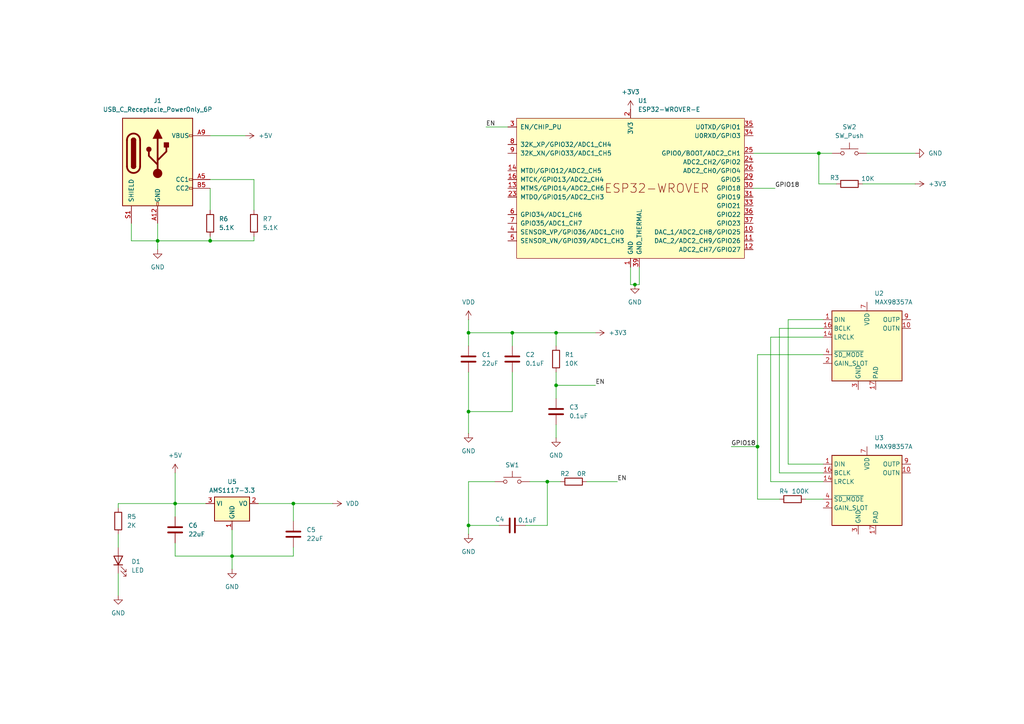
<source format=kicad_sch>
(kicad_sch (version 20250114) (generator "eeschema") (generator_version "9.0")
  (paper "A4")
  (lib_symbols
    (symbol "Audio:MAX98357A"
      (property "Reference" "U" (at -8.89 11.43 0))
      (property "Value" "MAX98357A" (at 10.16 11.43 0))
      (symbol "MAX98357A_1_1"
        (rectangle (start -10.16 10.16) (end 10.16 -10.16) (stroke (width 0.254)) (fill (type background)))
        (pin input line (at -12.7 7.62 0) (length 2.54) (name "DIN") (number "1"))
        (pin input line (at -12.7 5.08 0) (length 2.54) (name "BCLK") (number "16"))
        (pin input line (at -12.7 2.54 0) (length 2.54) (name "LRCLK") (number "14"))
        (pin input line (at -12.7 -2.54 0) (length 2.54) (name "~{SD_MODE}") (number "4"))
        (pin passive line (at -12.7 -5.08 0) (length 2.54) (name "GAIN_SLOT") (number "2"))
        (pin passive line (at -2.54 -12.7 90) (length 2.54) (hide yes) (name "GND") (number "11"))
        (pin passive line (at -2.54 -12.7 90) (length 2.54) (hide yes) (name "GND") (number "15"))
        (pin power_in line (at -2.54 -12.7 90) (length 2.54) (name "GND") (number "3"))
        (pin power_in line (at 0 12.7 270) (length 2.54) (name "VDD") (number "7"))
        (pin passive line (at 0 12.7 270) (length 2.54) (hide yes) (name "VDD") (number "8"))
        (pin unspecified line (at 2.54 -12.7 90) (length 2.54) (name "PAD") (number "17"))
        (pin no_connect line (at 10.16 2.54 180) (length 2.54) (hide yes) (name "NC") (number "5"))
        (pin no_connect line (at 10.16 0 180) (length 2.54) (hide yes) (name "NC") (number "6"))
        (pin no_connect line (at 10.16 -5.08 180) (length 2.54) (hide yes) (name "NC") (number "12"))
        (pin no_connect line (at 10.16 -7.62 180) (length 2.54) (hide yes) (name "NC") (number "13"))
        (pin output line (at 12.7 7.62 180) (length 2.54) (name "OUTP") (number "9"))
        (pin output line (at 12.7 5.08 180) (length 2.54) (name "OUTN") (number "10"))
      )
    )
    (symbol "Connector:USB_C_Receptacle_PowerOnly_6P" (pin_names (offset 1.016))
      (property "Reference" "J" (at 0 16.51 0))
      (property "Value" "USB_C_Receptacle_PowerOnly_6P" (at 0 13.97 0))
      (symbol "USB_C_Receptacle_PowerOnly_6P_0_0"
        (rectangle (start -0.254 -12.7) (end 0.254 -11.684))
        (rectangle (start 10.16 7.874) (end 9.144 7.366))
        (rectangle (start 10.16 -4.826) (end 9.144 -5.334))
        (rectangle (start 10.16 -7.366) (end 9.144 -7.874))
      )
      (symbol "USB_C_Receptacle_PowerOnly_6P_0_1"
        (rectangle (start -10.16 12.7) (end 10.16 -12.7) (stroke (width 0.254)) (fill (type background)))
        (polyline (pts (xy -8.89 -1.27) (xy -8.89 6.35)) (stroke (width 0.508)))
        (rectangle (start -7.62 -1.27) (end -6.35 6.35) (stroke (width 0.254)) (fill (type outline)))
        (arc (start -7.62 6.35) (mid -6.985 6.9823) (end -6.35 6.35) (stroke (width 0.254)))
        (arc (start -7.62 6.35) (mid -6.985 6.9823) (end -6.35 6.35) (stroke (width 0.254)) (fill (type outline)))
        (arc (start -8.89 6.35) (mid -6.985 8.2467) (end -5.08 6.35) (stroke (width 0.508)))
        (arc (start -5.08 -1.27) (mid -6.985 -3.1667) (end -8.89 -1.27) (stroke (width 0.508)))
        (arc (start -6.35 -1.27) (mid -6.985 -1.9023) (end -7.62 -1.27) (stroke (width 0.254)))
        (arc (start -6.35 -1.27) (mid -6.985 -1.9023) (end -7.62 -1.27) (stroke (width 0.254)) (fill (type outline)))
        (polyline (pts (xy -5.08 6.35) (xy -5.08 -1.27)) (stroke (width 0.508)))
        (circle (center -2.54 3.683) (radius 0.635) (stroke (width 0.254)) (fill (type outline)))
        (polyline (pts (xy -1.27 6.858) (xy 0 9.398) (xy 1.27 6.858) (xy -1.27 6.858)) (stroke (width 0.254)) (fill (type outline)))
        (polyline (pts (xy 0 0.508) (xy 2.54 3.048) (xy 2.54 4.318)) (stroke (width 0.508)))
        (polyline (pts (xy 0 -0.762) (xy -2.54 1.778) (xy -2.54 3.048)) (stroke (width 0.508)))
        (polyline (pts (xy 0 -3.302) (xy 0 6.858)) (stroke (width 0.508)))
        (circle (center 0 -3.302) (radius 1.27) (fill (type outline)))
        (rectangle (start 1.905 4.318) (end 3.175 5.588) (stroke (width 0.254)) (fill (type outline)))
      )
      (symbol "USB_C_Receptacle_PowerOnly_6P_1_1"
        (pin passive line (at -7.62 -17.78 90) (length 5.08) (name "SHIELD") (number "S1"))
        (pin passive line (at 0 -17.78 90) (length 5.08) (name "GND") (number "A12"))
        (pin passive line (at 0 -17.78 90) (length 5.08) (hide yes) (name "GND") (number "B12"))
        (pin passive line (at 15.24 7.62 180) (length 5.08) (name "VBUS") (number "A9"))
        (pin passive line (at 15.24 7.62 180) (length 5.08) (hide yes) (name "VBUS") (number "B9"))
        (pin bidirectional line (at 15.24 -5.08 180) (length 5.08) (name "CC1") (number "A5"))
        (pin bidirectional line (at 15.24 -7.62 180) (length 5.08) (name "CC2") (number "B5"))
      )
    )
    (symbol "Device:C" (pin_numbers (hide yes)) (pin_names (offset 0.254))
      (property "Reference" "C" (at 0.635 2.54 0))
      (property "Value" "C" (at 0.635 -2.54 0))
      (symbol "C_0_1"
        (polyline (pts (xy -2.032 0.762) (xy 2.032 0.762)) (stroke (width 0.508)))
        (polyline (pts (xy -2.032 -0.762) (xy 2.032 -0.762)) (stroke (width 0.508)))
      )
      (symbol "C_1_1"
        (pin passive line (at 0 3.81 270) (length 2.794) (name "~") (number "1"))
        (pin passive line (at 0 -3.81 90) (length 2.794) (name "~") (number "2"))
      )
    )
    (symbol "Device:LED" (pin_numbers (hide yes)) (pin_names (offset 1.016) (hide yes))
      (property "Reference" "D" (at 0 2.54 0))
      (property "Value" "LED" (at 0 -2.54 0))
      (symbol "LED_0_1"
        (polyline (pts (xy -3.048 -0.762) (xy -4.572 -2.286) (xy -3.81 -2.286) (xy -4.572 -2.286) (xy -4.572 -1.524)))
        (polyline (pts (xy -1.778 -0.762) (xy -3.302 -2.286) (xy -2.54 -2.286) (xy -3.302 -2.286) (xy -3.302 -1.524)))
        (polyline (pts (xy -1.27 0) (xy 1.27 0)))
        (polyline (pts (xy -1.27 -1.27) (xy -1.27 1.27)) (stroke (width 0.254)))
        (polyline (pts (xy 1.27 -1.27) (xy 1.27 1.27) (xy -1.27 0) (xy 1.27 -1.27)) (stroke (width 0.254)))
      )
      (symbol "LED_1_1"
        (pin passive line (at -3.81 0 0) (length 2.54) (name "K") (number "1"))
        (pin passive line (at 3.81 0 180) (length 2.54) (name "A") (number "2"))
      )
    )
    (symbol "Device:R" (pin_numbers (hide yes)) (pin_names (offset 0))
      (property "Reference" "R" (at 2.032 0 90))
      (property "Value" "R" (at 0 0 90))
      (symbol "R_0_1"
        (rectangle (start -1.016 -2.54) (end 1.016 2.54) (stroke (width 0.254)))
      )
      (symbol "R_1_1"
        (pin passive line (at 0 3.81 270) (length 1.27) (name "~") (number "1"))
        (pin passive line (at 0 -3.81 90) (length 1.27) (name "~") (number "2"))
      )
    )
    (symbol "PCM_Espressif:ESP32-WROVER-E" (pin_names (offset 1.016))
      (property "Reference" "U" (at -30.48 25.4 0))
      (property "Value" "ESP32-WROVER-E" (at -30.48 22.86 0))
      (symbol "ESP32-WROVER-E_0_1"
        (rectangle (start -33.02 20.32) (end 33.02 -20.32) (fill (type background)))
      )
      (symbol "ESP32-WROVER-E_1_1"
        (text "ESP32-­WROVER" (at 7.62 0 0) (effects (font (size 2.54 2.54))))
        (pin input line (at -35.56 17.78 0) (length 2.54) (name "EN/CHIP_PU") (number "3"))
        (pin bidirectional line (at -35.56 12.7 0) (length 2.54) (name "32K_XP/GPIO32/ADC1_CH4") (number "8"))
        (pin bidirectional line (at -35.56 10.16 0) (length 2.54) (name "32K_XN/GPIO33/ADC1_CH5") (number "9"))
        (pin bidirectional line (at -35.56 5.08 0) (length 2.54) (name "MTDI/GPIO12/ADC2_CH5") (number "14"))
        (pin bidirectional line (at -35.56 2.54 0) (length 2.54) (name "MTCK/GPIO13/ADC2_CH4") (number "16"))
        (pin bidirectional line (at -35.56 0 0) (length 2.54) (name "MTMS/GPIO14/ADC2_CH6") (number "13"))
        (pin bidirectional line (at -35.56 -2.54 0) (length 2.54) (name "MTDO/GPIO15/ADC2_CH3") (number "23"))
        (pin input line (at -35.56 -7.62 0) (length 2.54) (name "GPIO34/ADC1_CH6") (number "6"))
        (pin input line (at -35.56 -10.16 0) (length 2.54) (name "GPIO35/ADC1_CH7") (number "7"))
        (pin input line (at -35.56 -12.7 0) (length 2.54) (name "SENSOR_VP/GPIO36/ADC1_CH0") (number "4"))
        (pin input line (at -35.56 -15.24 0) (length 2.54) (name "SENSOR_VN/GPIO39/ADC1_CH3") (number "5"))
        (pin power_in line (at 0 22.86 270) (length 2.54) (name "3V3") (number "2"))
        (pin power_in line (at 0 -22.86 90) (length 2.54) (name "GND") (number "1"))
        (pin passive line (at 0 -22.86 90) (length 2.54) (hide yes) (name "GND") (number "15"))
        (pin passive line (at 0 -22.86 90) (length 2.54) (hide yes) (name "GND") (number "38"))
        (pin power_in line (at 2.54 -22.86 90) (length 2.54) (name "GND_THERMAL") (number "39"))
        (pin bidirectional line (at 35.56 17.78 180) (length 2.54) (name "U0TXD/GPIO1") (number "35"))
        (pin bidirectional line (at 35.56 15.24 180) (length 2.54) (name "U0RXD/GPIO3") (number "34"))
        (pin bidirectional line (at 35.56 10.16 180) (length 2.54) (name "GPIO0/BOOT/ADC2_CH1") (number "25"))
        (pin bidirectional line (at 35.56 7.62 180) (length 2.54) (name "ADC2_CH2/GPIO2") (number "24"))
        (pin bidirectional line (at 35.56 5.08 180) (length 2.54) (name "ADC2_CH0/GPIO4") (number "26"))
        (pin bidirectional line (at 35.56 2.54 180) (length 2.54) (name "GPIO5") (number "29"))
        (pin bidirectional line (at 35.56 0 180) (length 2.54) (name "GPIO18") (number "30"))
        (pin bidirectional line (at 35.56 -2.54 180) (length 2.54) (name "GPIO19") (number "31"))
        (pin bidirectional line (at 35.56 -5.08 180) (length 2.54) (name "GPIO21") (number "33"))
        (pin bidirectional line (at 35.56 -7.62 180) (length 2.54) (name "GPIO22") (number "36"))
        (pin bidirectional line (at 35.56 -10.16 180) (length 2.54) (name "GPIO23") (number "37"))
        (pin bidirectional line (at 35.56 -12.7 180) (length 2.54) (name "DAC_1/ADC2_CH8/GPIO25") (number "10"))
        (pin bidirectional line (at 35.56 -15.24 180) (length 2.54) (name "DAC_2/ADC2_CH9/GPIO26") (number "11"))
        (pin bidirectional line (at 35.56 -17.78 180) (length 2.54) (name "ADC2_CH7/GPIO27") (number "12"))
      )
    )
    (symbol "Regulator_Linear:AMS1117-3.3"
      (property "Reference" "U" (at -3.81 3.175 0))
      (property "Value" "AMS1117-3.3" (at 0 3.175 0))
      (symbol "AMS1117-3.3_0_1"
        (rectangle (start -5.08 -5.08) (end 5.08 1.905) (stroke (width 0.254)) (fill (type background)))
      )
      (symbol "AMS1117-3.3_1_1"
        (pin power_in line (at -7.62 0 0) (length 2.54) (name "VI") (number "3"))
        (pin power_in line (at 0 -7.62 90) (length 2.54) (name "GND") (number "1"))
        (pin power_out line (at 7.62 0 180) (length 2.54) (name "VO") (number "2"))
      )
    )
    (symbol "Switch:SW_Push" (pin_numbers (hide yes)) (pin_names (offset 1.016) (hide yes))
      (property "Reference" "SW" (at 1.27 2.54 0))
      (property "Value" "SW_Push" (at 0 -1.524 0))
      (symbol "SW_Push_0_1"
        (circle (center -2.032 0) (radius 0.508))
        (polyline (pts (xy 0 1.27) (xy 0 3.048)))
        (circle (center 2.032 0) (radius 0.508))
        (polyline (pts (xy 2.54 1.27) (xy -2.54 1.27)))
        (pin passive line (at -5.08 0 0) (length 2.54) (name "1") (number "1"))
        (pin passive line (at 5.08 0 180) (length 2.54) (name "2") (number "2"))
      )
    )
    (symbol "power:+3V3" (power) (pin_numbers (hide yes)) (pin_names (offset 0) (hide yes))
      (property "Value" "+3V3" (at 0 3.556 0))
      (symbol "+3V3_0_1"
        (polyline (pts (xy -0.762 1.27) (xy 0 2.54)))
        (polyline (pts (xy 0 2.54) (xy 0.762 1.27)))
        (polyline (pts (xy 0 0) (xy 0 2.54)))
      )
      (symbol "+3V3_1_1"
        (pin power_in line (at 0 0 90) (length 0) (name "~") (number "1"))
      )
    )
    (symbol "power:+5V" (power) (pin_numbers (hide yes)) (pin_names (offset 0) (hide yes))
      (property "Value" "+5V" (at 0 3.556 0))
      (symbol "+5V_0_1"
        (polyline (pts (xy -0.762 1.27) (xy 0 2.54)))
        (polyline (pts (xy 0 2.54) (xy 0.762 1.27)))
        (polyline (pts (xy 0 0) (xy 0 2.54)))
      )
      (symbol "+5V_1_1"
        (pin power_in line (at 0 0 90) (length 0) (name "~") (number "1"))
      )
    )
    (symbol "power:GND" (power) (pin_numbers (hide yes)) (pin_names (offset 0) (hide yes))
      (property "Value" "GND" (at 0 -3.81 0))
      (symbol "GND_0_1"
        (polyline (pts (xy 0 0) (xy 0 -1.27) (xy 1.27 -1.27) (xy 0 -2.54) (xy -1.27 -1.27) (xy 0 -1.27)))
      )
      (symbol "GND_1_1"
        (pin power_in line (at 0 0 270) (length 0) (name "~") (number "1"))
      )
    )
    (symbol "power:VDD" (power) (pin_numbers (hide yes)) (pin_names (offset 0) (hide yes))
      (property "Value" "VDD" (at 0 3.556 0))
      (symbol "VDD_0_1"
        (polyline (pts (xy -0.762 1.27) (xy 0 2.54)))
        (polyline (pts (xy 0 2.54) (xy 0.762 1.27)))
        (polyline (pts (xy 0 0) (xy 0 2.54)))
      )
      (symbol "VDD_1_1"
        (pin power_in line (at 0 0 90) (length 0) (name "~") (number "1"))
      )
    )
  )
  (junction (at 67.31 161.29))
  (junction (at 50.8 146.05))
  (junction (at 237.49 44.45))
  (junction (at 161.29 111.76))
  (junction (at 135.89 119.38))
  (junction (at 60.96 69.85))
  (junction (at 45.72 69.85))
  (junction (at 161.29 96.52))
  (junction (at 135.89 152.4))
  (junction (at 158.75 139.7))
  (junction (at 184.15 82.55))
  (junction (at 219.71 129.54))
  (junction (at 85.09 146.05))
  (junction (at 148.59 96.52))
  (junction (at 135.89 96.52))
  (wire (pts (xy 238.76 102.87) (xy 219.71 102.87)))
  (wire (pts (xy 34.29 146.05) (xy 50.8 146.05)))
  (wire (pts (xy 218.44 44.45) (xy 237.49 44.45)))
  (wire (pts (xy 73.66 52.07) (xy 73.66 60.96)))
  (wire (pts (xy 251.46 44.45) (xy 265.43 44.45)))
  (wire (pts (xy 212.09 129.54) (xy 219.71 129.54)))
  (wire (pts (xy 135.89 96.52) (xy 135.89 100.33)))
  (wire (pts (xy 85.09 146.05) (xy 96.52 146.05)))
  (wire (pts (xy 38.1 69.85) (xy 45.72 69.85)))
  (wire (pts (xy 74.93 146.05) (xy 85.09 146.05)))
  (wire (pts (xy 185.42 77.47) (xy 185.42 82.55)))
  (wire (pts (xy 148.59 107.95) (xy 148.59 119.38)))
  (wire (pts (xy 182.88 82.55) (xy 184.15 82.55)))
  (wire (pts (xy 223.52 97.79) (xy 223.52 139.7)))
  (wire (pts (xy 60.96 69.85) (xy 45.72 69.85)))
  (wire (pts (xy 135.89 152.4) (xy 135.89 154.94)))
  (wire (pts (xy 228.6 134.62) (xy 238.76 134.62)))
  (wire (pts (xy 238.76 92.71) (xy 228.6 92.71)))
  (wire (pts (xy 135.89 139.7) (xy 135.89 152.4)))
  (wire (pts (xy 50.8 157.48) (xy 50.8 161.29)))
  (wire (pts (xy 50.8 146.05) (xy 59.69 146.05)))
  (wire (pts (xy 238.76 95.25) (xy 226.06 95.25)))
  (wire (pts (xy 85.09 158.75) (xy 85.09 161.29)))
  (wire (pts (xy 182.88 77.47) (xy 182.88 82.55)))
  (wire (pts (xy 34.29 147.32) (xy 34.29 146.05)))
  (wire (pts (xy 233.68 144.78) (xy 238.76 144.78)))
  (wire (pts (xy 140.97 36.83) (xy 147.32 36.83)))
  (wire (pts (xy 161.29 123.19) (xy 161.29 127)))
  (wire (pts (xy 143.51 139.7) (xy 135.89 139.7)))
  (wire (pts (xy 161.29 111.76) (xy 172.72 111.76)))
  (wire (pts (xy 237.49 44.45) (xy 241.3 44.45)))
  (wire (pts (xy 34.29 154.94) (xy 34.29 158.75)))
  (wire (pts (xy 219.71 102.87) (xy 219.71 129.54)))
  (wire (pts (xy 148.59 96.52) (xy 161.29 96.52)))
  (wire (pts (xy 85.09 146.05) (xy 85.09 151.13)))
  (wire (pts (xy 67.31 153.67) (xy 67.31 161.29)))
  (wire (pts (xy 237.49 53.34) (xy 242.57 53.34)))
  (wire (pts (xy 161.29 96.52) (xy 172.72 96.52)))
  (wire (pts (xy 148.59 119.38) (xy 135.89 119.38)))
  (wire (pts (xy 60.96 52.07) (xy 73.66 52.07)))
  (wire (pts (xy 218.44 54.61) (xy 224.79 54.61)))
  (wire (pts (xy 135.89 119.38) (xy 135.89 125.73)))
  (wire (pts (xy 50.8 149.86) (xy 50.8 146.05)))
  (wire (pts (xy 226.06 95.25) (xy 226.06 137.16)))
  (wire (pts (xy 170.18 139.7) (xy 179.07 139.7)))
  (wire (pts (xy 67.31 161.29) (xy 67.31 165.1)))
  (wire (pts (xy 152.4 152.4) (xy 158.75 152.4)))
  (wire (pts (xy 161.29 107.95) (xy 161.29 111.76)))
  (wire (pts (xy 161.29 111.76) (xy 161.29 115.57)))
  (wire (pts (xy 135.89 152.4) (xy 144.78 152.4)))
  (wire (pts (xy 158.75 139.7) (xy 162.56 139.7)))
  (wire (pts (xy 250.19 53.34) (xy 265.43 53.34)))
  (wire (pts (xy 161.29 96.52) (xy 161.29 100.33)))
  (wire (pts (xy 45.72 69.85) (xy 45.72 72.39)))
  (wire (pts (xy 38.1 64.77) (xy 38.1 69.85)))
  (wire (pts (xy 67.31 161.29) (xy 85.09 161.29)))
  (wire (pts (xy 237.49 44.45) (xy 237.49 53.34)))
  (wire (pts (xy 135.89 92.71) (xy 135.89 96.52)))
  (wire (pts (xy 226.06 137.16) (xy 238.76 137.16)))
  (wire (pts (xy 50.8 137.16) (xy 50.8 146.05)))
  (wire (pts (xy 148.59 96.52) (xy 148.59 100.33)))
  (wire (pts (xy 45.72 64.77) (xy 45.72 69.85)))
  (wire (pts (xy 135.89 107.95) (xy 135.89 119.38)))
  (wire (pts (xy 228.6 92.71) (xy 228.6 134.62)))
  (wire (pts (xy 50.8 161.29) (xy 67.31 161.29)))
  (wire (pts (xy 60.96 68.58) (xy 60.96 69.85)))
  (wire (pts (xy 60.96 39.37) (xy 71.12 39.37)))
  (wire (pts (xy 153.67 139.7) (xy 158.75 139.7)))
  (wire (pts (xy 34.29 166.37) (xy 34.29 172.72)))
  (wire (pts (xy 185.42 82.55) (xy 184.15 82.55)))
  (wire (pts (xy 60.96 54.61) (xy 60.96 60.96)))
  (wire (pts (xy 223.52 139.7) (xy 238.76 139.7)))
  (wire (pts (xy 73.66 68.58) (xy 73.66 69.85)))
  (wire (pts (xy 219.71 129.54) (xy 219.71 144.78)))
  (wire (pts (xy 158.75 152.4) (xy 158.75 139.7)))
  (wire (pts (xy 238.76 97.79) (xy 223.52 97.79)))
  (wire (pts (xy 219.71 144.78) (xy 226.06 144.78)))
  (wire (pts (xy 135.89 96.52) (xy 148.59 96.52)))
  (wire (pts (xy 73.66 69.85) (xy 60.96 69.85)))
  (label "EN" (at 140.97 36.83 0))
  (label "GPIO18" (at 212.09 129.54 0))
  (label "GPIO18" (at 224.79 54.61 0))
  (label "EN" (at 179.07 139.7 0))
  (label "EN" (at 172.72 111.76 0))
  (symbol (lib_id "Regulator_Linear:AMS1117-3.3") (at 67.31 146.05 0) (unit 1)
    (property "Reference" "U5" (at 67.31 139.7 0))
    (property "Value" "AMS1117-3.3" (at 67.31 142.24 0))
    (property "Footprint" "Package_TO_SOT_SMD:SOT-223-3_TabPin2" (effects (hide yes)))
    (property "Datasheet" "http://www.advanced-monolithic.com/pdf/ds1117.pdf" (effects (hide yes)))
    (property "Description" "1A Low Dropout regulator, positive, 3.3V fixed output, SOT-223" (effects (hide yes)))
  )
  (symbol (lib_id "Audio:MAX98357A") (at 251.46 100.33 0) (unit 1)
    (property "Reference" "U2" (at 253.6033 85.09 0) (effects (justify left)))
    (property "Value" "MAX98357A" (at 253.6033 87.63 0) (effects (justify left)))
    (property "Footprint" "Package_DFN_QFN:TQFN-16-1EP_3x3mm_P0.5mm_EP1.23x1.23mm" (effects (hide yes)))
    (property "Datasheet" "https://www.analog.com/media/en/technical-documentation/data-sheets/MAX98357A-MAX98357B.pdf" (effects (hide yes)))
    (property "Description" "Mono DAC with amplifier, I2S, PCM, TDM, 32-bit, 96khz, 3.2W, TQFP-16" (effects (hide yes)))
  )
  (symbol (lib_id "Device:R") (at 161.29 104.14 0) (unit 1)
    (property "Reference" "R1" (at 163.83 102.8699 0) (effects (justify left)))
    (property "Value" "10K" (at 163.83 105.4099 0) (effects (justify left)))
    (property "Footprint" "Resistor_SMD:R_0805_2012Metric" (effects (hide yes)))
    (property "Description" "Resistor" (effects (hide yes)))
  )
  (symbol (lib_id "Device:R") (at 73.66 64.77 0) (unit 1)
    (property "Reference" "R7" (at 76.2 63.4999 0) (effects (justify left)))
    (property "Value" "5.1K" (at 76.2 66.0399 0) (effects (justify left)))
    (property "Footprint" "Resistor_SMD:R_0805_2012Metric" (effects (hide yes)))
    (property "Description" "Resistor" (effects (hide yes)))
  )
  (symbol (lib_id "power:GND") (at 34.29 172.72 0) (unit 1)
    (property "Reference" "#PWR012" (effects (hide yes)))
    (property "Value" "GND" (at 34.29 177.8 0))
    (property "Description" "Power symbol creates a global label with name \"GND\" , ground" (effects (hide yes)))
  )
  (symbol (lib_id "Device:R") (at 34.29 151.13 0) (unit 1)
    (property "Reference" "R5" (at 36.83 149.8599 0) (effects (justify left)))
    (property "Value" "2K" (at 36.83 152.3999 0) (effects (justify left)))
    (property "Footprint" "Resistor_SMD:R_0805_2012Metric" (effects (hide yes)))
    (property "Description" "Resistor" (effects (hide yes)))
  )
  (symbol (lib_id "PCM_Espressif:ESP32-WROVER-E") (at 182.88 54.61 0) (unit 1)
    (property "Reference" "U1" (at 185.0233 29.21 0) (effects (justify left)))
    (property "Value" "ESP32-WROVER-E" (at 185.0233 31.75 0) (effects (justify left)))
    (property "Footprint" "PCM_Espressif:ESP32-WROVER-E" (effects (hide yes)))
    (property "Datasheet" "https://www.espressif.com/sites/default/files/documentation/esp32-wrover-e_esp32-wrover-ie_datasheet_en.pdf" (effects (hide yes)))
    (property "Description" "ESP32-WROVER-E and ESP32-WROVER-IE are two powerful, generic WiFi-BT-BLE MCU modules that target a wide variety of applications, ranging from low-power sensor networks to the most demanding tasks, such as voice encoding, music streaming and MP3 decoding. ESP32-WROVER-E comes with a PCB antenna, and ESP32-WROVER-IE with an IPEX antenna. They both featurea 4 MB external SPI flash and an additional 8 MB SPI Pseudo static RAM (PSRAM)." (effects (hide yes)))
  )
  (symbol (lib_id "power:GND") (at 45.72 72.39 0) (unit 1)
    (property "Reference" "#PWR015" (effects (hide yes)))
    (property "Value" "GND" (at 45.72 77.47 0))
    (property "Description" "Power symbol creates a global label with name \"GND\" , ground" (effects (hide yes)))
  )
  (symbol (lib_id "power:+5V") (at 71.12 39.37 270) (unit 1)
    (property "Reference" "#PWR014" (effects (hide yes)))
    (property "Value" "+5V" (at 74.93 39.3699 90) (effects (justify left)))
    (property "Description" "Power symbol creates a global label with name \"+5V\"" (effects (hide yes)))
  )
  (symbol (lib_id "power:GND") (at 265.43 44.45 90) (unit 1)
    (property "Reference" "#PWR08" (effects (hide yes)))
    (property "Value" "GND" (at 269.24 44.4499 90) (effects (justify right)))
    (property "Description" "Power symbol creates a global label with name \"GND\" , ground" (effects (hide yes)))
  )
  (symbol (lib_id "Device:C") (at 50.8 153.67 0) (unit 1)
    (property "Reference" "C6" (at 54.61 152.3999 0) (effects (justify left)))
    (property "Value" "22uF" (at 54.61 154.9399 0) (effects (justify left)))
    (property "Footprint" "Capacitor_SMD:C_0805_2012Metric" (effects (hide yes)))
    (property "Description" "Unpolarized capacitor" (effects (hide yes)))
  )
  (symbol (lib_id "power:+3V3") (at 265.43 53.34 270) (unit 1)
    (property "Reference" "#PWR09" (effects (hide yes)))
    (property "Value" "+3V3" (at 269.24 53.3399 90) (effects (justify left)))
    (property "Description" "Power symbol creates a global label with name \"+3V3\"" (effects (hide yes)))
  )
  (symbol (lib_id "Device:C") (at 148.59 104.14 0) (unit 1)
    (property "Reference" "C2" (at 152.4 102.8699 0) (effects (justify left)))
    (property "Value" "0.1uF" (at 152.4 105.4099 0) (effects (justify left)))
    (property "Footprint" "Capacitor_SMD:C_0805_2012Metric" (effects (hide yes)))
    (property "Description" "Unpolarized capacitor" (effects (hide yes)))
  )
  (symbol (lib_id "power:GND") (at 184.15 82.55 0) (unit 1)
    (property "Reference" "#PWR01" (effects (hide yes)))
    (property "Value" "GND" (at 184.15 87.63 0))
    (property "Description" "Power symbol creates a global label with name \"GND\" , ground" (effects (hide yes)))
  )
  (symbol (lib_id "Switch:SW_Push") (at 148.59 139.7 0) (unit 1)
    (property "Reference" "SW1" (at 148.59 134.874 0))
    (property "Value" "SW_Push" (effects (hide yes)))
    (property "Footprint" "Button_Switch_SMD:SW_SPST_TS-1088-xR020" (effects (hide yes)))
    (property "Description" "Push button switch, generic, two pins" (effects (hide yes)))
  )
  (symbol (lib_id "power:+3V3") (at 182.88 31.75 0) (unit 1)
    (property "Reference" "#PWR07" (effects (hide yes)))
    (property "Value" "+3V3" (at 182.88 26.67 0))
    (property "Description" "Power symbol creates a global label with name \"+3V3\"" (effects (hide yes)))
  )
  (symbol (lib_id "power:GND") (at 161.29 127 0) (unit 1)
    (property "Reference" "#PWR04" (effects (hide yes)))
    (property "Value" "GND" (at 161.29 132.08 0))
    (property "Description" "Power symbol creates a global label with name \"GND\" , ground" (effects (hide yes)))
  )
  (symbol (lib_id "Connector:USB_C_Receptacle_PowerOnly_6P") (at 45.72 46.99 0) (unit 1)
    (property "Reference" "J1" (at 45.72 29.21 0))
    (property "Value" "USB_C_Receptacle_PowerOnly_6P" (at 45.72 31.75 0))
    (property "Datasheet" "https://www.usb.org/sites/default/files/documents/usb_type-c.zip" (effects (hide yes)))
    (property "Description" "USB Power-Only 6P Type-C Receptacle connector" (effects (hide yes)))
  )
  (symbol (lib_id "power:GND") (at 135.89 154.94 0) (unit 1)
    (property "Reference" "#PWR05" (effects (hide yes)))
    (property "Value" "GND" (at 135.89 160.02 0))
    (property "Description" "Power symbol creates a global label with name \"GND\" , ground" (effects (hide yes)))
  )
  (symbol (lib_id "power:+5V") (at 50.8 137.16 0) (unit 1)
    (property "Reference" "#PWR013" (effects (hide yes)))
    (property "Value" "+5V" (at 50.8 132.08 0))
    (property "Description" "Power symbol creates a global label with name \"+5V\"" (effects (hide yes)))
  )
  (symbol (lib_id "Device:C") (at 135.89 104.14 0) (unit 1)
    (property "Reference" "C1" (at 139.7 102.8699 0) (effects (justify left)))
    (property "Value" "22uF" (at 139.7 105.4099 0) (effects (justify left)))
    (property "Footprint" "Capacitor_SMD:C_0805_2012Metric" (effects (hide yes)))
    (property "Description" "Unpolarized capacitor" (effects (hide yes)))
  )
  (symbol (lib_id "Device:R") (at 60.96 64.77 0) (unit 1)
    (property "Reference" "R6" (at 63.5 63.4999 0) (effects (justify left)))
    (property "Value" "5.1K" (at 63.5 66.0399 0) (effects (justify left)))
    (property "Footprint" "Resistor_SMD:R_0805_2012Metric" (effects (hide yes)))
    (property "Description" "Resistor" (effects (hide yes)))
  )
  (symbol (lib_id "Device:LED") (at 34.29 162.56 90) (unit 1)
    (property "Reference" "D1" (at 38.1 162.8774 90) (effects (justify right)))
    (property "Value" "LED" (at 38.1 165.4174 90) (effects (justify right)))
    (property "Description" "Light emitting diode" (effects (hide yes)))
    (property "Sim.Pins" "1=K 2=A" (effects (hide yes)))
  )
  (symbol (lib_id "Audio:MAX98357A") (at 251.46 142.24 0) (unit 1)
    (property "Reference" "U3" (at 253.6033 127 0) (effects (justify left)))
    (property "Value" "MAX98357A" (at 253.6033 129.54 0) (effects (justify left)))
    (property "Footprint" "Package_DFN_QFN:TQFN-16-1EP_3x3mm_P0.5mm_EP1.23x1.23mm" (effects (hide yes)))
    (property "Datasheet" "https://www.analog.com/media/en/technical-documentation/data-sheets/MAX98357A-MAX98357B.pdf" (effects (hide yes)))
    (property "Description" "Mono DAC with amplifier, I2S, PCM, TDM, 32-bit, 96khz, 3.2W, TQFP-16" (effects (hide yes)))
  )
  (symbol (lib_id "power:GND") (at 135.89 125.73 0) (unit 1)
    (property "Reference" "#PWR03" (effects (hide yes)))
    (property "Value" "GND" (at 135.89 130.81 0))
    (property "Description" "Power symbol creates a global label with name \"GND\" , ground" (effects (hide yes)))
  )
  (symbol (lib_id "Device:C") (at 148.59 152.4 90) (unit 1)
    (property "Reference" "C4" (at 146.304 150.622 90) (effects (justify left)))
    (property "Value" "0.1uF" (at 155.702 150.876 90) (effects (justify left)))
    (property "Footprint" "Capacitor_SMD:C_0805_2012Metric" (effects (hide yes)))
    (property "Description" "Unpolarized capacitor" (effects (hide yes)))
  )
  (symbol (lib_id "power:+3V3") (at 172.72 96.52 270) (unit 1)
    (property "Reference" "#PWR06" (effects (hide yes)))
    (property "Value" "+3V3" (at 176.53 96.5199 90) (effects (justify left)))
    (property "Description" "Power symbol creates a global label with name \"+3V3\"" (effects (hide yes)))
  )
  (symbol (lib_id "Device:R") (at 229.87 144.78 90) (unit 1)
    (property "Reference" "R4" (at 227.33 142.494 90))
    (property "Value" "100K" (at 232.156 142.494 90))
    (property "Footprint" "Resistor_SMD:R_0805_2012Metric" (effects (hide yes)))
    (property "Description" "Resistor" (effects (hide yes)))
  )
  (symbol (lib_id "Device:C") (at 85.09 154.94 0) (unit 1)
    (property "Reference" "C5" (at 88.9 153.6699 0) (effects (justify left)))
    (property "Value" "22uF" (at 88.9 156.2099 0) (effects (justify left)))
    (property "Footprint" "Capacitor_SMD:C_0805_2012Metric" (effects (hide yes)))
    (property "Description" "Unpolarized capacitor" (effects (hide yes)))
  )
  (symbol (lib_id "Device:R") (at 246.38 53.34 90) (unit 1)
    (property "Reference" "R3" (at 242.062 51.562 90))
    (property "Value" "10K" (at 251.714 51.816 90))
    (property "Footprint" "Resistor_SMD:R_0805_2012Metric" (effects (hide yes)))
    (property "Description" "Resistor" (effects (hide yes)))
  )
  (symbol (lib_id "Switch:SW_Push") (at 246.38 44.45 0) (unit 1)
    (property "Reference" "SW2" (at 246.38 36.83 0))
    (property "Value" "SW_Push" (at 246.38 39.37 0))
    (property "Footprint" "Button_Switch_SMD:SW_SPST_TS-1088-xR020" (effects (hide yes)))
    (property "Description" "Push button switch, generic, two pins" (effects (hide yes)))
  )
  (symbol (lib_id "Device:R") (at 166.37 139.7 90) (unit 1)
    (property "Reference" "R2" (at 163.83 137.414 90))
    (property "Value" "0R" (at 168.656 137.414 90))
    (property "Footprint" "Resistor_SMD:R_0805_2012Metric" (effects (hide yes)))
    (property "Description" "Resistor" (effects (hide yes)))
  )
  (symbol (lib_id "power:VDD") (at 135.89 92.71 0) (unit 1)
    (property "Reference" "#PWR02" (effects (hide yes)))
    (property "Value" "VDD" (at 135.89 87.63 0))
    (property "Description" "Power symbol creates a global label with name \"VDD\"" (effects (hide yes)))
  )
  (symbol (lib_id "Device:C") (at 161.29 119.38 0) (unit 1)
    (property "Reference" "C3" (at 165.1 118.1099 0) (effects (justify left)))
    (property "Value" "0.1uF" (at 165.1 120.6499 0) (effects (justify left)))
    (property "Footprint" "Capacitor_SMD:C_0805_2012Metric" (effects (hide yes)))
    (property "Description" "Unpolarized capacitor" (effects (hide yes)))
  )
  (symbol (lib_id "power:GND") (at 67.31 165.1 0) (unit 1)
    (property "Reference" "#PWR010" (effects (hide yes)))
    (property "Value" "GND" (at 67.31 170.18 0))
    (property "Description" "Power symbol creates a global label with name \"GND\" , ground" (effects (hide yes)))
  )
  (symbol (lib_id "power:VDD") (at 96.52 146.05 270) (unit 1)
    (property "Reference" "#PWR011" (effects (hide yes)))
    (property "Value" "VDD" (at 100.33 146.0499 90) (effects (justify left)))
    (property "Description" "Power symbol creates a global label with name \"VDD\"" (effects (hide yes)))
  )
)
</source>
